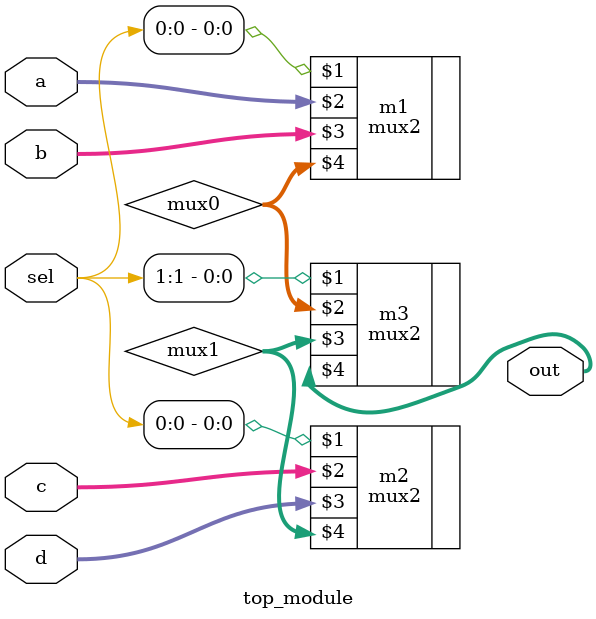
<source format=v>
module top_module (
    input [1:0] sel,
    input [7:0] a,
    input [7:0] b,
    input [7:0] c,
    input [7:0] d,
    output [7:0] out  ); //

    wire[7:0] mux0, mux1;
    mux2 m1 ( sel[0],    a,    b, mux0 );
    mux2 m2 ( sel[0],    c,    d, mux1 );
    mux2 m3 ( sel[1], mux0, mux1,  out );

endmodule

</source>
